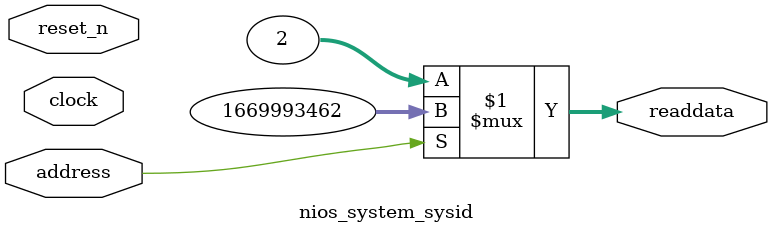
<source format=v>



// synthesis translate_off
`timescale 1ns / 1ps
// synthesis translate_on

// turn off superfluous verilog processor warnings 
// altera message_level Level1 
// altera message_off 10034 10035 10036 10037 10230 10240 10030 

module nios_system_sysid (
               // inputs:
                address,
                clock,
                reset_n,

               // outputs:
                readdata
             )
;

  output  [ 31: 0] readdata;
  input            address;
  input            clock;
  input            reset_n;

  wire    [ 31: 0] readdata;
  //control_slave, which is an e_avalon_slave
  assign readdata = address ? 1669993462 : 2;

endmodule



</source>
